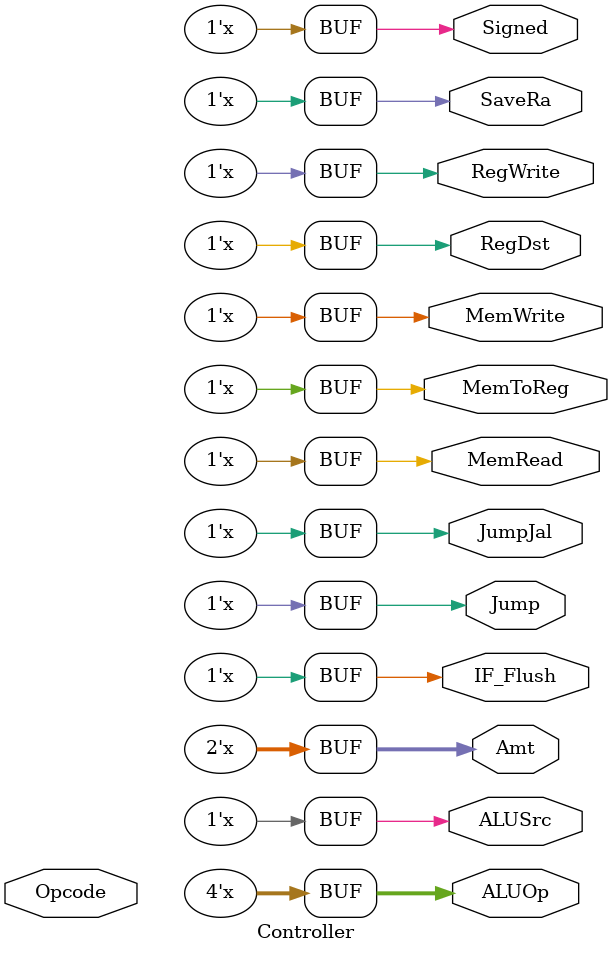
<source format=v>
`timescale 1ns / 1ps


module Controller(Opcode, RegDst, Signed, RegWrite, ALUSrc, ALUOp, Jump, JumpJal, SaveRa, MemWrite, MemRead, MemToReg, Amt, IF_Flush);
    input [5:0] Opcode;
    output reg RegDst, Signed, RegWrite, ALUSrc, Jump, JumpJal, SaveRa, MemWrite, MemRead, MemToReg, IF_Flush;
    output reg [3:0] ALUOp;
    output reg [1:0] Amt;
    
    reg [16:0] returnBits;
    
    localparam ArithR = 0, Bltz = 1, J = 2, Jal = 3, Beq = 4, Bne = 5, Blez = 6, Bgtz = 7, Addi = 8, Addiu = 9, Xori = 14, Andi = 12, Ori = 13, Slti = 10, Sltiu = 11, Mul = 28, 
    MSubAdd = 28, SehSeb = 31, Lw = 35, Sw = 43, Sb = 40, Sh = 41, Lh = 33, Lb = 32, Lui = 15;
    
    initial begin
        RegDst <= 0;
        Signed <= 0;
        RegWrite <= 0;
        ALUSrc <= 0;
        ALUOp <= 0;
        Jump <= 0;
        JumpJal <= 0;
        SaveRa <= 0;
        MemWrite <= 0;
        MemRead <= 0;
        MemToReg <= 0;
        Amt <= 0;
        IF_Flush <= 0;
    end
    
    always @(*) begin
    
        RegDst <= 0;
        Signed <= 0;
        RegWrite <= 0;
        ALUSrc <= 0;
        ALUOp <= 0;
        Jump <= 0;
        JumpJal <= 0;
        SaveRa <= 0;
        MemWrite <= 0;
        MemRead <= 0;
        MemToReg <= 0;
        Amt <= 0;
        IF_Flush <= 0;
        
        case (Opcode)
            ArithR:     returnBits <= 'b11100000000000000;
            Addi:       returnBits <= 'b01110001000000000;              
            Addiu:      returnBits <= 'b01110001000000000; 
            Andi:       returnBits <= 'b00110010000000000;
            Slti:       returnBits <= 'b01110101000000000;
            Sltiu:      returnBits <= 'b00110101000000000;
            Ori:        returnBits <= 'b00110011000000000;
            Xori:       returnBits <= 'b00110100000000000;
            Mul:        returnBits <= 'b11100110000000000;
            SehSeb:     returnBits <= 'b11100000000000000;
            J:          returnBits <= 'b00000000100000001;
            Jal:        returnBits <= 'b10101111111000001;       
            Lw:         returnBits <= 'b01111000000011000;
            Lb:         returnBits <= 'b01111000000011010;
            Lh:         returnBits <= 'b01111000000011100;
            Sw:         returnBits <= 'b01011000000100000;
            Sb:         returnBits <= 'b01011000000100010;
            Sh:         returnBits <= 'b01011000000100100;
            Lui:        returnBits <= 'b01111001000000000;
            Bne:        returnBits <= 'b01001111000000000;
            Beq:        returnBits <= 'b01001111000000000;
            Bltz:       returnBits <= 'b01001111000000000;
            Bgtz:       returnBits <= 'b01001111000000000;
            Blez:       returnBits <= 'b01001111000000000;
            default:    returnBits <= 'b00000000000000000;
                
        endcase
        
        RegDst <= returnBits[16];
        Signed <= returnBits[15];
        RegWrite <= returnBits[14];
        ALUSrc <= returnBits[13];
        ALUOp <= returnBits[12:9];
        Jump <= returnBits[8];
        JumpJal <= returnBits[7];
        SaveRa <= returnBits[6];
        MemWrite <= returnBits[5];
        MemRead <= returnBits[4];
        MemToReg <= returnBits[3];
        Amt <= returnBits[2:1];
        IF_Flush <= returnBits[0];

    end
        
    

endmodule

</source>
